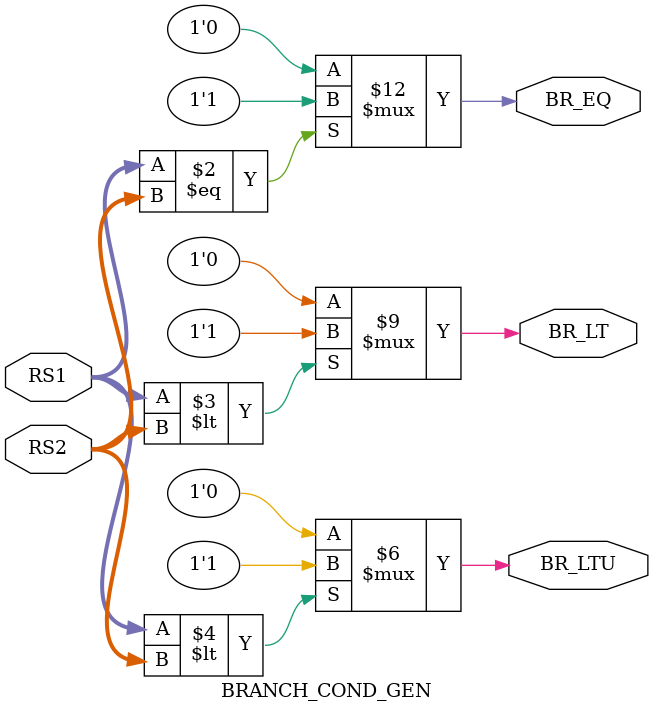
<source format=sv>
`timescale 1ns / 1ps


module BRANCH_COND_GEN(
        input logic[31:0] RS1, RS2,
        output logic BR_EQ, BR_LT, BR_LTU
    );
    
    //We have our 3 operations need, using combinational logic due 
    //to this being asynchronous. Set all bits to 0, then go through
    //the if statements. 
    always_comb begin
        BR_EQ = 1'b0;
        BR_LT = 1'b0;
        BR_LTU = 1'b0;
        if(RS1 == RS2) BR_EQ = 1'b1;
        if($signed(RS1) < $signed(RS2)) BR_LT = 1'b1;
        if(RS1 < RS2) BR_LTU = 1'b1;
    end
endmodule
</source>
